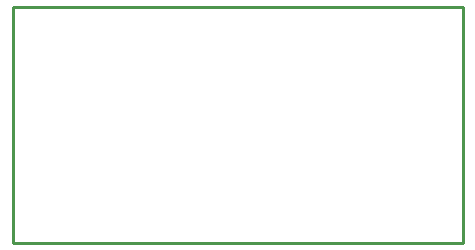
<source format=gko>
G04*
G04 #@! TF.GenerationSoftware,Altium Limited,Altium Designer,20.0.13 (296)*
G04*
G04 Layer_Color=16711935*
%FSLAX25Y25*%
%MOIN*%
G70*
G01*
G75*
%ADD14C,0.01000*%
D14*
X100000Y500000D02*
X250000D01*
X100000Y421500D02*
Y500000D01*
Y421500D02*
X250000D01*
Y500000D01*
M02*

</source>
